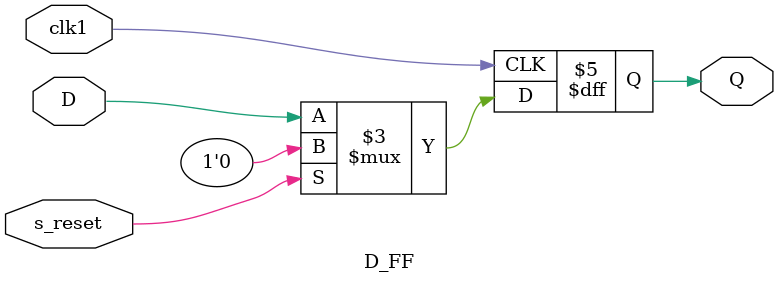
<source format=v>
`timescale 1ns / 1ps


module D_FF(
    input D,
    input clk1,
    input s_reset,
    output reg Q
    );
    
    always @(posedge clk1)
        begin
            case(s_reset)
                1'b1 : Q <= 1'b0;
                default : Q <= D;
            endcase
        end
endmodule

</source>
